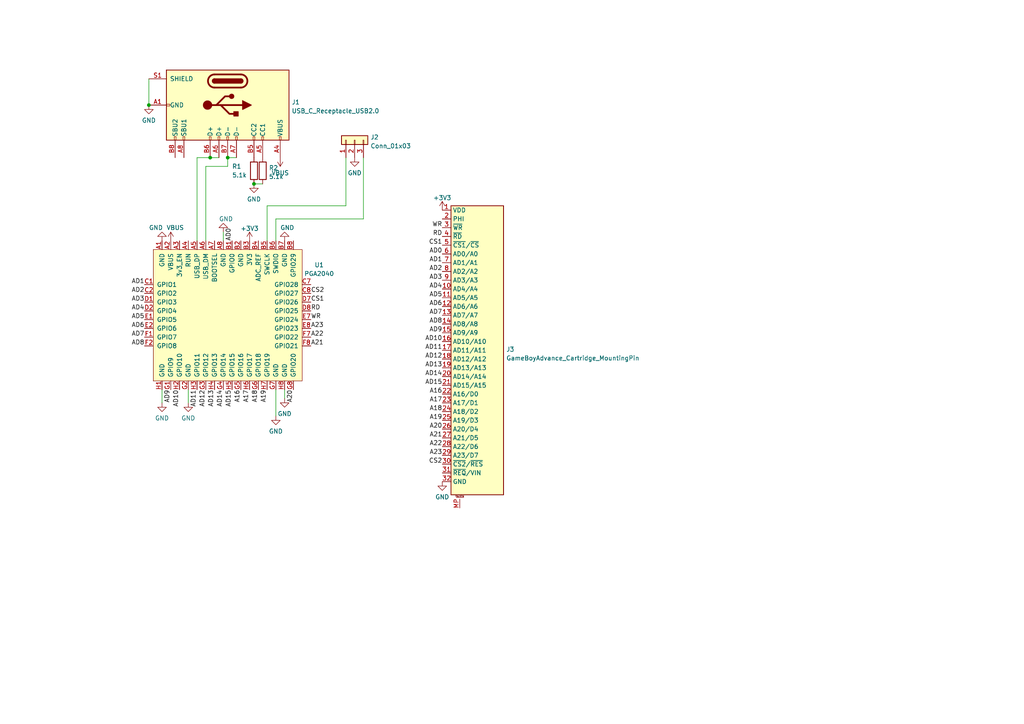
<source format=kicad_sch>
(kicad_sch (version 20211123) (generator eeschema)
  (paper "A4")
  (lib_symbols
    (symbol "Connector:USB_C_Receptacle_USB2.0" (pin_names (offset 1.016))
      (property "Reference" "J" (at -10.16 19.05 0))
      (property "Value" "USB_C_Receptacle_USB2.0" (at 19.05 19.05 0))
      (symbol "USB_C_Receptacle_USB2.0_0_0"
        (rectangle (start -0.254 -17.78) (end 0.254 -16.764))
        (rectangle (start 10.16 -14.986) (end 9.144 -15.494))
        (rectangle (start 10.16 -12.446) (end 9.144 -12.954))
        (rectangle (start 10.16 -4.826) (end 9.144 -5.334))
        (rectangle (start 10.16 -2.286) (end 9.144 -2.794))
        (rectangle (start 10.16 0.254) (end 9.144 -0.254))
        (rectangle (start 10.16 2.794) (end 9.144 2.286))
        (rectangle (start 10.16 7.874) (end 9.144 7.366))
        (rectangle (start 10.16 10.414) (end 9.144 9.906))
        (rectangle (start 10.16 15.494) (end 9.144 14.986))
      )
      (symbol "USB_C_Receptacle_USB2.0_0_1"
        (rectangle (start -10.16 17.78) (end 10.16 -17.78) (stroke (width 0.254)) (fill (type background)))
        (arc (start -8.89 -3.81) (mid -6.985 -5.715) (end -5.08 -3.81) (stroke (width 0.508)))
        (arc (start -7.62 -3.81) (mid -6.985 -4.445) (end -6.35 -3.81) (stroke (width 0.254)))
        (arc (start -7.62 -3.81) (mid -6.985 -4.445) (end -6.35 -3.81) (stroke (width 0.254)) (fill (type outline)))
        (rectangle (start -7.62 -3.81) (end -6.35 3.81) (stroke (width 0.254)) (fill (type outline)))
        (arc (start -6.35 3.81) (mid -6.985 4.445) (end -7.62 3.81) (stroke (width 0.254)))
        (arc (start -6.35 3.81) (mid -6.985 4.445) (end -7.62 3.81) (stroke (width 0.254)) (fill (type outline)))
        (arc (start -5.08 3.81) (mid -6.985 5.715) (end -8.89 3.81) (stroke (width 0.508)))
        (circle (center -2.54 1.143) (radius 0.635) (stroke (width 0.254)) (fill (type outline)))
        (circle (center 0 -5.842) (radius 1.27) (fill (type outline)))
        (polyline (pts (xy -8.89 -3.81) (xy -8.89 3.81)) (stroke (width 0.508)))
        (polyline (pts (xy -5.08 3.81) (xy -5.08 -3.81)) (stroke (width 0.508)))
        (polyline (pts (xy 0 -5.842) (xy 0 4.318)) (stroke (width 0.508)))
        (polyline (pts (xy 0 -3.302) (xy -2.54 -0.762) (xy -2.54 0.508)) (stroke (width 0.508)))
        (polyline (pts (xy 0 -2.032) (xy 2.54 0.508) (xy 2.54 1.778)) (stroke (width 0.508)))
        (polyline (pts (xy -1.27 4.318) (xy 0 6.858) (xy 1.27 4.318) (xy -1.27 4.318)) (stroke (width 0.254)) (fill (type outline)))
        (rectangle (start 1.905 1.778) (end 3.175 3.048) (stroke (width 0.254)) (fill (type outline)))
      )
      (symbol "USB_C_Receptacle_USB2.0_1_1"
        (pin passive line (at 0 -22.86 90) (length 5.08) (name "GND") (number "A1"))
        (pin passive line (at 0 -22.86 90) (length 5.08) hide (name "GND") (number "A12"))
        (pin passive line (at 15.24 15.24 180) (length 5.08) (name "VBUS") (number "A4"))
        (pin bidirectional line (at 15.24 10.16 180) (length 5.08) (name "CC1") (number "A5"))
        (pin bidirectional line (at 15.24 -2.54 180) (length 5.08) (name "D+") (number "A6"))
        (pin bidirectional line (at 15.24 2.54 180) (length 5.08) (name "D-") (number "A7"))
        (pin bidirectional line (at 15.24 -12.7 180) (length 5.08) (name "SBU1") (number "A8"))
        (pin passive line (at 15.24 15.24 180) (length 5.08) hide (name "VBUS") (number "A9"))
        (pin passive line (at 0 -22.86 90) (length 5.08) hide (name "GND") (number "B1"))
        (pin passive line (at 0 -22.86 90) (length 5.08) hide (name "GND") (number "B12"))
        (pin passive line (at 15.24 15.24 180) (length 5.08) hide (name "VBUS") (number "B4"))
        (pin bidirectional line (at 15.24 7.62 180) (length 5.08) (name "CC2") (number "B5"))
        (pin bidirectional line (at 15.24 -5.08 180) (length 5.08) (name "D+") (number "B6"))
        (pin bidirectional line (at 15.24 0 180) (length 5.08) (name "D-") (number "B7"))
        (pin bidirectional line (at 15.24 -15.24 180) (length 5.08) (name "SBU2") (number "B8"))
        (pin passive line (at 15.24 15.24 180) (length 5.08) hide (name "VBUS") (number "B9"))
        (pin passive line (at -7.62 -22.86 90) (length 5.08) (name "SHIELD") (number "S1"))
      )
    )
    (symbol "Connector_Generic:Conn_01x03" (pin_names (offset 1.016) hide)
      (property "Reference" "J" (at 0 5.08 0))
      (property "Value" "Conn_01x03" (at 0 -5.08 0))
      (symbol "Conn_01x03_1_1"
        (rectangle (start -1.27 -2.413) (end 0 -2.667) (stroke (width 0.1524)))
        (rectangle (start -1.27 0.127) (end 0 -0.127) (stroke (width 0.1524)))
        (rectangle (start -1.27 2.667) (end 0 2.413) (stroke (width 0.1524)))
        (rectangle (start -1.27 3.81) (end 1.27 -3.81) (stroke (width 0.254)) (fill (type background)))
        (pin passive line (at -5.08 2.54 0) (length 3.81) (name "Pin_1") (number "1"))
        (pin passive line (at -5.08 0 0) (length 3.81) (name "Pin_2") (number "2"))
        (pin passive line (at -5.08 -2.54 0) (length 3.81) (name "Pin_3") (number "3"))
      )
    )
    (symbol "Device:R" (pin_numbers hide) (pin_names (offset 0))
      (property "Reference" "R" (at 2.032 0 90))
      (property "Value" "R" (at 0 0 90))
      (symbol "R_0_1"
        (rectangle (start -1.016 -2.54) (end 1.016 2.54) (stroke (width 0.254)))
      )
      (symbol "R_1_1"
        (pin passive line (at 0 3.81 270) (length 1.27) (name "~") (number "1"))
        (pin passive line (at 0 -3.81 90) (length 1.27) (name "~") (number "2"))
      )
    )
    (symbol "Gekkio_Connector_Specialized:GameBoyAdvance_Cartridge_MountingPin"
      (property "Reference" "J" (at -5.08 43.18 0))
      (property "Value" "GameBoyAdvance_Cartridge_MountingPin" (at -3.81 -44.45 0))
      (symbol "GameBoyAdvance_Cartridge_MountingPin_0_1"
        (rectangle (start -7.62 41.91) (end 7.62 -41.91) (stroke (width 0.254)) (fill (type background)))
      )
      (symbol "GameBoyAdvance_Cartridge_MountingPin_1_1"
        (polyline (pts (xy -6.096 -42.672) (xy -4.064 -42.672)) (stroke (width 0.1524)))
        (text "Mounting" (at -5.08 -42.291 0) (effects (font (size 0.381 0.381))))
        (pin passive line (at -10.16 40.64 0) (length 2.54) (name "VDD") (number "1"))
        (pin passive line (at -10.16 17.78 0) (length 2.54) (name "AD4/A4") (number "10"))
        (pin passive line (at -10.16 15.24 0) (length 2.54) (name "AD5/A5") (number "11"))
        (pin passive line (at -10.16 12.7 0) (length 2.54) (name "AD6/A6") (number "12"))
        (pin passive line (at -10.16 10.16 0) (length 2.54) (name "AD7/A7") (number "13"))
        (pin passive line (at -10.16 7.62 0) (length 2.54) (name "AD8/A8") (number "14"))
        (pin passive line (at -10.16 5.08 0) (length 2.54) (name "AD9/A9") (number "15"))
        (pin passive line (at -10.16 2.54 0) (length 2.54) (name "AD10/A10") (number "16"))
        (pin passive line (at -10.16 0 0) (length 2.54) (name "AD11/A11") (number "17"))
        (pin passive line (at -10.16 -2.54 0) (length 2.54) (name "AD12/A12") (number "18"))
        (pin passive line (at -10.16 -5.08 0) (length 2.54) (name "AD13/A13") (number "19"))
        (pin passive line (at -10.16 38.1 0) (length 2.54) (name "PHI") (number "2"))
        (pin passive line (at -10.16 -7.62 0) (length 2.54) (name "AD14/A14") (number "20"))
        (pin passive line (at -10.16 -10.16 0) (length 2.54) (name "AD15/A15") (number "21"))
        (pin passive line (at -10.16 -12.7 0) (length 2.54) (name "A16/D0") (number "22"))
        (pin passive line (at -10.16 -15.24 0) (length 2.54) (name "A17/D1") (number "23"))
        (pin passive line (at -10.16 -17.78 0) (length 2.54) (name "A18/D2") (number "24"))
        (pin passive line (at -10.16 -20.32 0) (length 2.54) (name "A19/D3") (number "25"))
        (pin passive line (at -10.16 -22.86 0) (length 2.54) (name "A20/D4") (number "26"))
        (pin passive line (at -10.16 -25.4 0) (length 2.54) (name "A21/D5") (number "27"))
        (pin passive line (at -10.16 -27.94 0) (length 2.54) (name "A22/D6") (number "28"))
        (pin passive line (at -10.16 -30.48 0) (length 2.54) (name "A23/D7") (number "29"))
        (pin passive line (at -10.16 35.56 0) (length 2.54) (name "~{WR}") (number "3"))
        (pin passive line (at -10.16 -33.02 0) (length 2.54) (name "~{CS2}/~{RES}") (number "30"))
        (pin passive line (at -10.16 -35.56 0) (length 2.54) (name "~{REQ}/VIN") (number "31"))
        (pin passive line (at -10.16 -38.1 0) (length 2.54) (name "GND") (number "32"))
        (pin passive line (at -10.16 33.02 0) (length 2.54) (name "~{RD}") (number "4"))
        (pin passive line (at -10.16 30.48 0) (length 2.54) (name "~{CS1}/~{CS}") (number "5"))
        (pin passive line (at -10.16 27.94 0) (length 2.54) (name "AD0/A0") (number "6"))
        (pin passive line (at -10.16 25.4 0) (length 2.54) (name "AD1/A1") (number "7"))
        (pin passive line (at -10.16 22.86 0) (length 2.54) (name "AD2/A2") (number "8"))
        (pin passive line (at -10.16 20.32 0) (length 2.54) (name "AD3/A3") (number "9"))
        (pin passive line (at -5.08 -45.72 90) (length 2.54) (name "~") (number "MP"))
      )
    )
    (symbol "pimoroni-boards:PGA2040" (pin_names (offset 1.016))
      (property "Reference" "U" (at 20.32 20.32 0))
      (property "Value" "PGA2040" (at 0 0 0))
      (symbol "PGA2040_0_1"
        (rectangle (start -21.59 19.05) (end 21.59 -19.05) (fill (type background)))
      )
      (symbol "PGA2040_1_1"
        (pin power_in line (at -19.05 21.59 270) (length 2.54) (name "GND") (number "A1"))
        (pin power_in line (at -16.51 21.59 270) (length 2.54) (name "VBUS") (number "A2"))
        (pin input line (at -13.97 21.59 270) (length 2.54) (name "3v3_EN") (number "A3"))
        (pin input line (at -11.43 21.59 270) (length 2.54) (name "RUN") (number "A4"))
        (pin bidirectional line (at -8.89 21.59 270) (length 2.54) (name "USB_DP") (number "A5"))
        (pin bidirectional line (at -6.35 21.59 270) (length 2.54) (name "USB_DM") (number "A6"))
        (pin input line (at -3.81 21.59 270) (length 2.54) (name "BOOTSEL") (number "A7"))
        (pin power_in line (at -1.27 21.59 270) (length 2.54) (name "GND") (number "A8"))
        (pin bidirectional line (at 1.27 21.59 270) (length 2.54) (name "GPIO0") (number "B1"))
        (pin power_in line (at 3.81 21.59 270) (length 2.54) (name "GND") (number "B2"))
        (pin power_out line (at 6.35 21.59 270) (length 2.54) (name "3V3") (number "B3"))
        (pin input line (at 8.89 21.59 270) (length 2.54) (name "ADC_REF") (number "B4"))
        (pin input line (at 11.43 21.59 270) (length 2.54) (name "SWCLK") (number "B5"))
        (pin bidirectional line (at 13.97 21.59 270) (length 2.54) (name "SWDIO") (number "B6"))
        (pin power_in line (at 16.51 21.59 270) (length 2.54) (name "GND") (number "B7"))
        (pin bidirectional line (at 19.05 21.59 270) (length 2.54) (name "GPIO29") (number "B8"))
        (pin bidirectional line (at -24.13 8.89 0) (length 2.54) (name "GPIO1") (number "C1"))
        (pin bidirectional line (at -24.13 6.35 0) (length 2.54) (name "GPIO2") (number "C2"))
        (pin bidirectional line (at 24.13 8.89 180) (length 2.54) (name "GPIO28") (number "C7"))
        (pin bidirectional line (at 24.13 6.35 180) (length 2.54) (name "GPIO27") (number "C8"))
        (pin bidirectional line (at -24.13 3.81 0) (length 2.54) (name "GPIO3") (number "D1"))
        (pin bidirectional line (at -24.13 1.27 0) (length 2.54) (name "GPIO4") (number "D2"))
        (pin bidirectional line (at 24.13 3.81 180) (length 2.54) (name "GPIO26") (number "D7"))
        (pin bidirectional line (at 24.13 1.27 180) (length 2.54) (name "GPIO25") (number "D8"))
        (pin bidirectional line (at -24.13 -1.27 0) (length 2.54) (name "GPIO5") (number "E1"))
        (pin bidirectional line (at -24.13 -3.81 0) (length 2.54) (name "GPIO6") (number "E2"))
        (pin bidirectional line (at 24.13 -1.27 180) (length 2.54) (name "GPIO24") (number "E7"))
        (pin bidirectional line (at 24.13 -3.81 180) (length 2.54) (name "GPIO23") (number "E8"))
        (pin bidirectional line (at -24.13 -6.35 0) (length 2.54) (name "GPIO7") (number "F1"))
        (pin bidirectional line (at -24.13 -8.89 0) (length 2.54) (name "GPIO8") (number "F2"))
        (pin bidirectional line (at 24.13 -6.35 180) (length 2.54) (name "GPIO22") (number "F7"))
        (pin bidirectional line (at 24.13 -8.89 180) (length 2.54) (name "GPIO21") (number "F8"))
        (pin bidirectional line (at -16.51 -21.59 90) (length 2.54) (name "GPIO9") (number "G1"))
        (pin power_in line (at -11.43 -21.59 90) (length 2.54) (name "GND") (number "G2"))
        (pin bidirectional line (at -6.35 -21.59 90) (length 2.54) (name "GPIO12") (number "G3"))
        (pin bidirectional line (at -1.27 -21.59 90) (length 2.54) (name "GPIO14") (number "G4"))
        (pin bidirectional line (at 3.81 -21.59 90) (length 2.54) (name "GPIO16") (number "G5"))
        (pin bidirectional line (at 8.89 -21.59 90) (length 2.54) (name "GPIO18") (number "G6"))
        (pin power_in line (at 13.97 -21.59 90) (length 2.54) (name "GND") (number "G7"))
        (pin bidirectional line (at 19.05 -21.59 90) (length 2.54) (name "GPIO20") (number "G8"))
        (pin power_in line (at -19.05 -21.59 90) (length 2.54) (name "GND") (number "H1"))
        (pin bidirectional line (at -13.97 -21.59 90) (length 2.54) (name "GPIO10") (number "H2"))
        (pin bidirectional line (at -8.89 -21.59 90) (length 2.54) (name "GPIO11") (number "H3"))
        (pin bidirectional line (at -3.81 -21.59 90) (length 2.54) (name "GPIO13") (number "H4"))
        (pin bidirectional line (at 1.27 -21.59 90) (length 2.54) (name "GPIO15") (number "H5"))
        (pin bidirectional line (at 6.35 -21.59 90) (length 2.54) (name "GPIO17") (number "H6"))
        (pin bidirectional line (at 11.43 -21.59 90) (length 2.54) (name "GPIO19") (number "H7"))
        (pin power_in line (at 16.51 -21.59 90) (length 2.54) (name "GND") (number "H8"))
      )
    )
    (symbol "power:+3.3V" (power) (pin_names (offset 0))
      (property "Value" "+3.3V" (at 0 3.556 0))
      (symbol "+3.3V_0_1"
        (polyline (pts (xy -0.762 1.27) (xy 0 2.54)))
        (polyline (pts (xy 0 0) (xy 0 2.54)))
        (polyline (pts (xy 0 2.54) (xy 0.762 1.27)))
      )
      (symbol "+3.3V_1_1"
        (pin power_in line (at 0 0 90) (length 0) hide (name "+3V3") (number "1"))
      )
    )
    (symbol "power:GND" (power) (pin_names (offset 0))
      (property "Value" "GND" (at 0 -3.81 0))
      (symbol "GND_0_1"
        (polyline (pts (xy 0 0) (xy 0 -1.27) (xy 1.27 -1.27) (xy 0 -2.54) (xy -1.27 -1.27) (xy 0 -1.27)))
      )
      (symbol "GND_1_1"
        (pin power_in line (at 0 0 270) (length 0) hide (name "GND") (number "1"))
      )
    )
    (symbol "power:VBUS" (power) (pin_names (offset 0))
      (property "Value" "VBUS" (at 0 3.81 0))
      (symbol "VBUS_0_1"
        (polyline (pts (xy -0.762 1.27) (xy 0 2.54)))
        (polyline (pts (xy 0 0) (xy 0 2.54)))
        (polyline (pts (xy 0 2.54) (xy 0.762 1.27)))
      )
      (symbol "VBUS_1_1"
        (pin power_in line (at 0 0 90) (length 0) hide (name "VBUS") (number "1"))
      )
    )
  )
  (junction (at 73.66 53.34))
  (junction (at 60.96 45.72))
  (junction (at 43.18 30.48))
  (junction (at 66.04 45.72))
  (wire (pts (xy 66.04 45.72) (xy 68.58 45.72)))
  (wire (pts (xy 73.66 53.34) (xy 76.2 53.34)))
  (wire (pts (xy 57.15 45.72) (xy 57.15 69.85)))
  (wire (pts (xy 54.61 116.84) (xy 54.61 113.03)))
  (wire (pts (xy 60.96 45.72) (xy 63.5 45.72)))
  (wire (pts (xy 82.55 115.57) (xy 82.55 113.03)))
  (wire (pts (xy 46.99 116.84) (xy 46.99 113.03)))
  (wire (pts (xy 77.47 59.69) (xy 100.33 59.69)))
  (wire (pts (xy 105.41 63.5) (xy 80.01 63.5)))
  (wire (pts (xy 43.18 22.86) (xy 43.18 30.48)))
  (wire (pts (xy 105.41 45.72) (xy 105.41 63.5)))
  (wire (pts (xy 60.96 45.72) (xy 57.15 45.72)))
  (wire (pts (xy 66.04 48.26) (xy 66.04 45.72)))
  (wire (pts (xy 100.33 59.69) (xy 100.33 45.72)))
  (wire (pts (xy 77.47 69.85) (xy 77.47 59.69)))
  (wire (pts (xy 80.01 63.5) (xy 80.01 69.85)))
  (wire (pts (xy 80.01 120.65) (xy 80.01 113.03)))
  (wire (pts (xy 59.69 48.26) (xy 66.04 48.26)))
  (wire (pts (xy 64.77 67.31) (xy 64.77 69.85)))
  (wire (pts (xy 59.69 69.85) (xy 59.69 48.26)))
  (label "AD7" (at 128.27 91.44 180))
  (label "CS2" (at 128.27 134.62 180))
  (label "WR" (at 90.17 92.71 0))
  (label "AD2" (at 128.27 78.74 180))
  (label "AD9" (at 128.27 96.52 180))
  (label "AD14" (at 64.77 113.03 270))
  (label "A21" (at 128.27 127 180))
  (label "A22" (at 128.27 129.54 180))
  (label "AD1" (at 41.91 82.55 180))
  (label "AD6" (at 41.91 95.25 180))
  (label "WR" (at 128.27 66.04 180))
  (label "AD13" (at 128.27 106.68 180))
  (label "AD14" (at 128.27 109.22 180))
  (label "AD15" (at 128.27 111.76 180))
  (label "AD10" (at 128.27 99.06 180))
  (label "AD7" (at 41.91 97.79 180))
  (label "CS1" (at 90.17 87.63 0))
  (label "A17" (at 128.27 116.84 180))
  (label "RD" (at 128.27 68.58 180))
  (label "AD5" (at 128.27 86.36 180))
  (label "A19" (at 128.27 121.92 180))
  (label "CS1" (at 128.27 71.12 180))
  (label "A16" (at 128.27 114.3 180))
  (label "AD2" (at 41.91 85.09 180))
  (label "AD12" (at 59.69 113.03 270))
  (label "AD4" (at 41.91 90.17 180))
  (label "A19" (at 77.47 113.03 270))
  (label "A18" (at 128.27 119.38 180))
  (label "A18" (at 74.93 113.03 270))
  (label "AD11" (at 128.27 101.6 180))
  (label "A20" (at 85.09 113.03 270))
  (label "A23" (at 128.27 132.08 180))
  (label "AD1" (at 128.27 76.2 180))
  (label "AD0" (at 128.27 73.66 180))
  (label "RD" (at 90.17 90.17 0))
  (label "A17" (at 72.39 113.03 270))
  (label "CS2" (at 90.17 85.09 0))
  (label "AD15" (at 67.31 113.03 270))
  (label "AD8" (at 128.27 93.98 180))
  (label "A21" (at 90.17 100.33 0))
  (label "AD5" (at 41.91 92.71 180))
  (label "AD6" (at 128.27 88.9 180))
  (label "AD3" (at 41.91 87.63 180))
  (label "AD3" (at 128.27 81.28 180))
  (label "A20" (at 128.27 124.46 180))
  (label "AD9" (at 49.53 113.03 270))
  (label "AD13" (at 62.23 113.03 270))
  (label "A22" (at 90.17 97.79 0))
  (label "AD8" (at 41.91 100.33 180))
  (label "A23" (at 90.17 95.25 0))
  (label "AD0" (at 67.31 69.85 90))
  (label "AD10" (at 52.07 113.03 270))
  (label "A16" (at 69.85 113.03 270))
  (label "AD12" (at 128.27 104.14 180))
  (label "AD4" (at 128.27 83.82 180))
  (label "AD11" (at 57.15 113.03 270))
  (symbol (lib_id "Device:R") (at 76.2 49.53 0) (unit 1)
    (property "Reference" "R2" (at 77.978 48.6953 0) (effects (justify left)))
    (property "Value" "5.1k" (at 77.978 51.2322 0) (effects (justify left)))
    (property "Footprint" "Resistor_SMD:R_0805_2012Metric_Pad1.20x1.40mm_HandSolder" (effects hide))
  )
  (symbol (lib_id "Device:R") (at 73.66 49.53 0) (unit 1)
    (property "Reference" "R1" (at 67.31 48.2631 0) (effects (justify left)))
    (property "Value" "5.1k" (at 67.31 50.8 0) (effects (justify left)))
    (property "Footprint" "Resistor_SMD:R_0805_2012Metric_Pad1.20x1.40mm_HandSolder" (effects hide))
  )
  (symbol (lib_id "power:GND") (at 46.99 69.85 180) (unit 1)
    (property "Reference" "#PWR0110" (effects hide))
    (property "Value" "GND" (at 43.18 66.04 0) (effects (justify right)))
  )
  (symbol (lib_id "Connector:USB_C_Receptacle_USB2.0") (at 66.04 30.48 270) (unit 1)
    (property "Reference" "J1" (at 84.582 29.6453 90) (effects (justify left)))
    (property "Value" "USB_C_Receptacle_USB2.0" (at 84.582 32.1822 90) (effects (justify left)))
    (property "Footprint" "Connector_USB:USB_C_Receptacle_XKB_U262-16XN-4BVC11" (effects hide))
    (property "Datasheet" "https://www.usb.org/sites/default/files/documents/usb_type-c.zip" (effects hide))
  )
  (symbol (lib_id "power:+3.3V") (at 72.39 69.85 0) (unit 1)
    (property "Reference" "#PWR0105" (effects hide))
    (property "Value" "+3.3V" (at 72.39 66.2742 0))
  )
  (symbol (lib_id "pimoroni-boards:PGA2040") (at 66.04 91.44 0) (unit 1)
    (property "Reference" "U1" (at 92.5777 76.8435 0))
    (property "Value" "PGA2040" (at 92.5777 79.3804 0))
    (property "Footprint" "pimoroni-boards:PGA2040_PTH_NO_SLOT" (effects hide))
  )
  (symbol (lib_id "Connector_Generic:Conn_01x03") (at 102.87 40.64 90) (unit 1)
    (property "Reference" "J2" (at 107.442 39.8053 90) (effects (justify right)))
    (property "Value" "Conn_01x03" (at 107.442 42.3422 90) (effects (justify right)))
    (property "Footprint" "Connector_PinHeader_2.54mm:PinHeader_1x03_P2.54mm_Vertical" (effects hide))
  )
  (symbol (lib_id "power:GND") (at 82.55 69.85 180) (unit 1)
    (property "Reference" "#PWR0107" (effects hide))
    (property "Value" "GND" (at 81.28 66.04 0) (effects (justify right)))
  )
  (symbol (lib_id "power:GND") (at 64.77 67.31 180) (unit 1)
    (property "Reference" "#PWR0106" (effects hide))
    (property "Value" "GND" (at 63.5 63.5 0) (effects (justify right)))
  )
  (symbol (lib_id "Gekkio_Connector_Specialized:GameBoyAdvance_Cartridge_MountingPin") (at 138.43 101.6 0) (unit 1)
    (property "Reference" "J3" (at 146.812 101.3368 0) (effects (justify left)))
    (property "Value" "GameBoyAdvance_Cartridge_MountingPin" (at 146.812 103.8737 0) (effects (justify left)))
    (property "Footprint" "Gekkio_Connector_PCBEdge:GameBoy_Cartridge_AGS_1x32-1MP_P1.50mm_Socket_Horizontal" (effects hide))
  )
  (symbol (lib_id "power:+3.3V") (at 128.27 60.96 0) (unit 1)
    (property "Reference" "#PWR0108" (effects hide))
    (property "Value" "+3.3V" (at 128.27 57.3842 0))
  )
  (symbol (lib_id "power:GND") (at 82.55 115.57 0) (unit 1)
    (property "Reference" "#PWR0104" (effects hide))
    (property "Value" "GND" (at 82.55 120.0134 0))
  )
  (symbol (lib_id "power:GND") (at 102.87 45.72 0) (unit 1)
    (property "Reference" "#PWR0115" (effects hide))
    (property "Value" "GND" (at 102.87 50.1634 0))
  )
  (symbol (lib_id "power:GND") (at 54.61 116.84 0) (unit 1)
    (property "Reference" "#PWR0102" (effects hide))
    (property "Value" "GND" (at 54.61 121.2834 0))
  )
  (symbol (lib_id "power:GND") (at 46.99 116.84 0) (unit 1)
    (property "Reference" "#PWR0101" (effects hide))
    (property "Value" "GND" (at 46.99 121.2834 0))
  )
  (symbol (lib_id "power:GND") (at 43.18 30.48 0) (unit 1)
    (property "Reference" "#PWR0112" (effects hide))
    (property "Value" "GND" (at 43.18 34.9234 0))
  )
  (symbol (lib_id "power:GND") (at 128.27 139.7 0) (unit 1)
    (property "Reference" "#PWR0109" (effects hide))
    (property "Value" "GND" (at 128.27 144.1434 0))
  )
  (symbol (lib_id "power:GND") (at 80.01 120.65 0) (unit 1)
    (property "Reference" "#PWR0103" (effects hide))
    (property "Value" "GND" (at 80.01 125.0934 0))
  )
  (symbol (lib_id "power:GND") (at 73.66 53.34 0) (unit 1)
    (property "Reference" "#PWR0114" (effects hide))
    (property "Value" "GND" (at 73.66 57.7834 0))
  )
  (symbol (lib_id "power:VBUS") (at 49.53 69.85 0) (mirror y) (unit 1)
    (property "Reference" "#PWR0111" (effects hide))
    (property "Value" "VBUS" (at 48.26 66.04 0) (effects (justify right)))
  )
  (symbol (lib_id "power:VBUS") (at 81.28 45.72 180) (unit 1)
    (property "Reference" "#PWR0113" (effects hide))
    (property "Value" "VBUS" (at 81.28 50.1634 0))
  )
)
</source>
